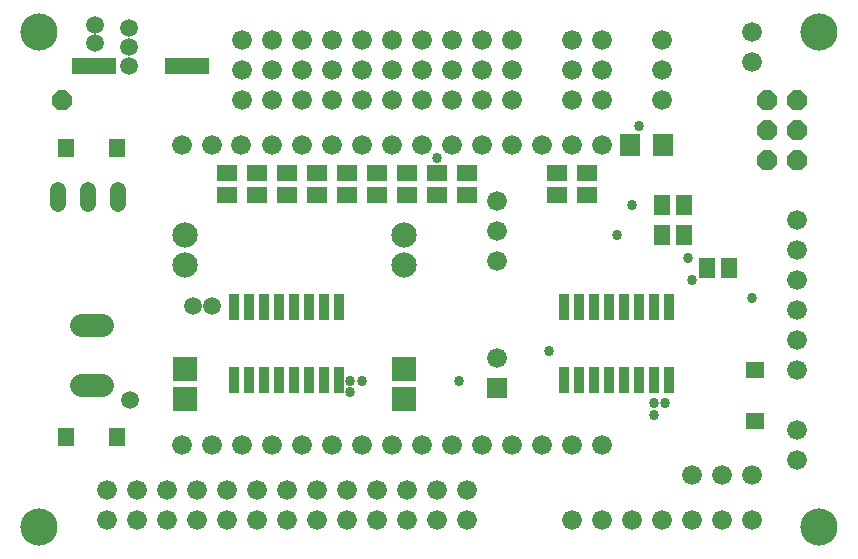
<source format=gbr>
G04 EAGLE Gerber RS-274X export*
G75*
%MOMM*%
%FSLAX34Y34*%
%LPD*%
%INSoldermask Top*%
%IPPOS*%
%AMOC8*
5,1,8,0,0,1.08239X$1,22.5*%
G01*
%ADD10C,3.149600*%
%ADD11C,1.943100*%
%ADD12C,1.371600*%
%ADD13R,1.652400X1.452400*%
%ADD14R,3.752400X1.452400*%
%ADD15C,1.676400*%
%ADD16R,1.452400X1.652400*%
%ADD17P,1.814519X8X112.500000*%
%ADD18R,0.812800X2.184400*%
%ADD19R,1.676400X1.676400*%
%ADD20R,1.622400X1.422400*%
%ADD21R,1.422400X1.622400*%
%ADD22R,1.752400X1.952400*%
%ADD23C,2.152400*%
%ADD24R,2.152400X2.152400*%
%ADD25P,1.814519X8X22.500000*%
%ADD26C,1.502400*%
%ADD27C,0.858000*%


D10*
X31750Y438150D03*
X31750Y19050D03*
X692150Y19050D03*
X692150Y438150D03*
D11*
X85154Y190500D02*
X67247Y190500D01*
X67247Y139700D02*
X85154Y139700D01*
D12*
X47625Y292354D02*
X47625Y304546D01*
X98425Y304546D02*
X98425Y292354D01*
X73025Y292354D02*
X73025Y304546D01*
D13*
X317500Y300063D03*
X317500Y319063D03*
X292100Y300063D03*
X292100Y319063D03*
D14*
X77975Y409575D03*
X156725Y409575D03*
D15*
X203200Y431800D03*
X203200Y406400D03*
X203200Y381000D03*
D13*
X190500Y300063D03*
X190500Y319063D03*
D15*
X254000Y431800D03*
X254000Y406400D03*
X254000Y381000D03*
D13*
X215900Y300063D03*
X215900Y319063D03*
D15*
X304800Y431800D03*
X304800Y406400D03*
X304800Y381000D03*
D13*
X241300Y300063D03*
X241300Y319063D03*
D15*
X355600Y431800D03*
X355600Y406400D03*
X355600Y381000D03*
D13*
X266700Y300063D03*
X266700Y319063D03*
D15*
X482600Y431800D03*
X482600Y406400D03*
X482600Y381000D03*
D13*
X342900Y300063D03*
X342900Y319063D03*
D15*
X508000Y431800D03*
X508000Y406400D03*
X508000Y381000D03*
D13*
X368300Y300063D03*
X368300Y319063D03*
D15*
X406400Y431800D03*
X406400Y406400D03*
X406400Y381000D03*
D13*
X393700Y300063D03*
X393700Y319063D03*
D15*
X431800Y431800D03*
X431800Y406400D03*
X431800Y381000D03*
D13*
X469900Y300063D03*
X469900Y319063D03*
D15*
X558800Y431800D03*
X558800Y406400D03*
X558800Y381000D03*
D13*
X495300Y319063D03*
X495300Y300063D03*
D15*
X673100Y101600D03*
X673100Y76200D03*
X342900Y25400D03*
X342900Y50800D03*
X139700Y25400D03*
X139700Y50800D03*
X88900Y25400D03*
X88900Y50800D03*
X114300Y25400D03*
X114300Y50800D03*
X190500Y25400D03*
X190500Y50800D03*
X241300Y25400D03*
X241300Y50800D03*
D16*
X558825Y266700D03*
X577825Y266700D03*
X596925Y238125D03*
X615925Y238125D03*
X558825Y292100D03*
X577825Y292100D03*
D17*
X673100Y330200D03*
X647700Y330200D03*
X673100Y355600D03*
X647700Y355600D03*
X673100Y381000D03*
X647700Y381000D03*
D15*
X152400Y88900D03*
X203200Y88900D03*
X228600Y88900D03*
X254000Y88900D03*
X279400Y88900D03*
X304800Y88900D03*
X330200Y88900D03*
X355600Y88900D03*
X381000Y88900D03*
X406400Y88900D03*
X431800Y88900D03*
X457200Y88900D03*
X482600Y88900D03*
X508000Y88900D03*
X152400Y342900D03*
X177800Y342900D03*
X203100Y342900D03*
X228600Y342900D03*
X254000Y342900D03*
X279400Y342900D03*
X304800Y342900D03*
X330200Y342900D03*
X355600Y342900D03*
X381000Y342900D03*
X406400Y342900D03*
X431800Y342900D03*
X457200Y342900D03*
X482600Y342900D03*
X508000Y342900D03*
X177800Y88900D03*
X228600Y431800D03*
X228600Y406400D03*
X228600Y381000D03*
X279400Y431800D03*
X279400Y406400D03*
X279400Y381000D03*
X330200Y431800D03*
X330200Y406400D03*
X330200Y381000D03*
X381000Y431800D03*
X381000Y406400D03*
X381000Y381000D03*
X292100Y25400D03*
X292100Y50800D03*
X317500Y25400D03*
X317500Y50800D03*
X393700Y25400D03*
X393700Y50800D03*
X368300Y25400D03*
X368300Y50800D03*
X165100Y25400D03*
X165100Y50800D03*
X266700Y25400D03*
X266700Y50800D03*
X215900Y25400D03*
X215900Y50800D03*
D18*
X196850Y143891D03*
X196850Y205359D03*
X209550Y143891D03*
X222250Y143891D03*
X209550Y205359D03*
X222250Y205359D03*
X234950Y143891D03*
X234950Y205359D03*
X247650Y143891D03*
X247650Y205359D03*
X260350Y143891D03*
X273050Y143891D03*
X260350Y205359D03*
X273050Y205359D03*
X285750Y143891D03*
X285750Y205359D03*
D19*
X419100Y136525D03*
D15*
X419100Y161925D03*
X419100Y244475D03*
X419100Y269875D03*
X419100Y295275D03*
D18*
X476250Y143891D03*
X476250Y205359D03*
X488950Y143891D03*
X501650Y143891D03*
X488950Y205359D03*
X501650Y205359D03*
X514350Y143891D03*
X514350Y205359D03*
X527050Y143891D03*
X527050Y205359D03*
X539750Y143891D03*
X552450Y143891D03*
X539750Y205359D03*
X552450Y205359D03*
X565150Y143891D03*
X565150Y205359D03*
D20*
X638175Y108675D03*
X638175Y151675D03*
D21*
X54700Y339725D03*
X97700Y339725D03*
D22*
X560100Y342900D03*
X532100Y342900D03*
D23*
X154940Y266250D03*
D24*
X154940Y127450D03*
D23*
X340360Y266250D03*
X154940Y240850D03*
X340360Y240850D03*
D24*
X154940Y152850D03*
X340360Y127450D03*
X340360Y152850D03*
D15*
X482600Y25400D03*
X508000Y25400D03*
X533400Y25400D03*
X558800Y25400D03*
X584200Y25400D03*
X609600Y25400D03*
X635000Y25400D03*
X673100Y279400D03*
X673100Y254000D03*
X673100Y228600D03*
X673100Y203200D03*
X673100Y177800D03*
X673100Y152400D03*
D21*
X54700Y95250D03*
X97700Y95250D03*
D15*
X635000Y438150D03*
X635000Y412750D03*
X584200Y63500D03*
X609600Y63500D03*
X635000Y63500D03*
D25*
X50800Y381000D03*
D26*
X177800Y206375D03*
X161925Y206375D03*
D27*
X635000Y212852D03*
X295275Y142875D03*
X561975Y123825D03*
X552450Y123825D03*
X304800Y142875D03*
X295275Y133350D03*
X552450Y114300D03*
X539750Y358775D03*
D26*
X107950Y409575D03*
X107950Y425450D03*
X107950Y441325D03*
X79375Y444500D03*
X79375Y428625D03*
D27*
X368300Y331788D03*
X533425Y292100D03*
X520809Y266592D03*
X581427Y246761D03*
X584200Y228600D03*
X463550Y168275D03*
X387350Y142875D03*
D26*
X108966Y127000D03*
M02*

</source>
